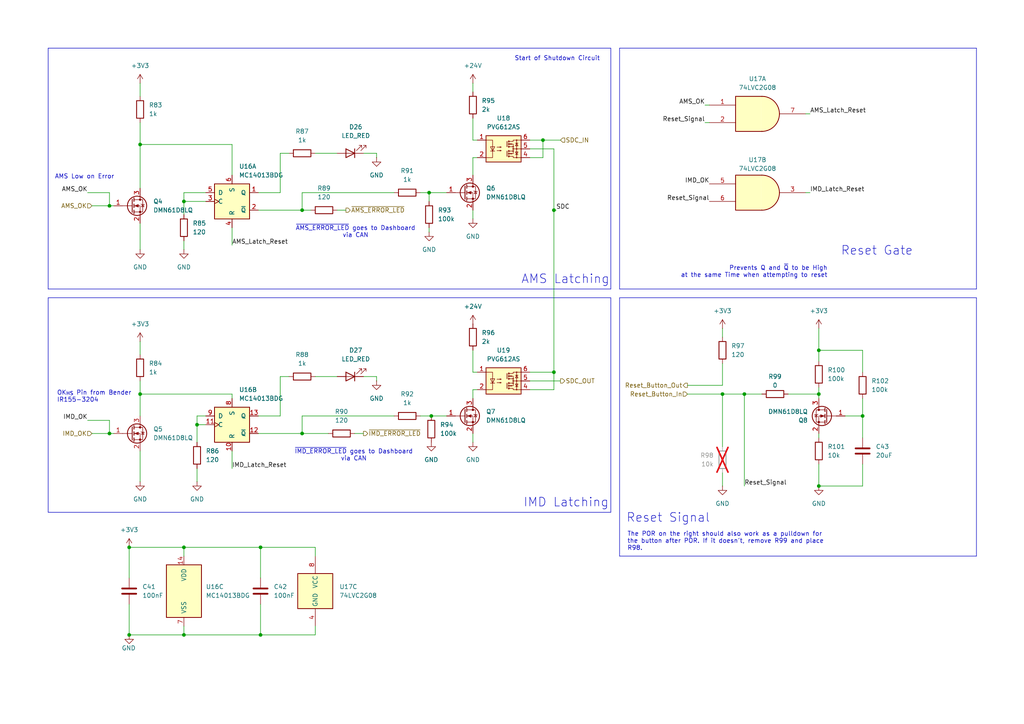
<source format=kicad_sch>
(kicad_sch (version 20250114) (generator "eeschema") (generator_version "9.0")
  (paper "A4")
  (title_block (title "SDC Latching") (date "2025-03-09") (rev "V1") (comment 1 "Lene Marquardt"))
  (lib_symbols
    (symbol "4xxx:4013" (pin_names (offset 1.016))
      (property "Reference" "U" (at -7.62 8.89 0))
      (property "Value" "4013" (at -7.62 -8.89 0))
      (symbol "4013_1_1"
        (rectangle (start -5.08 5.08) (end 5.08 -5.08) (stroke (width 0.254)) (fill (type background)))
        (pin input line (at -7.62 2.54 0) (length 2.54) (name "D") (number "5"))
        (pin input clock (at -7.62 0 0) (length 2.54) (name "C") (number "3"))
        (pin input line (at 0 7.62 270) (length 2.54) (name "S") (number "6"))
        (pin input line (at 0 -7.62 90) (length 2.54) (name "R") (number "4"))
        (pin output line (at 7.62 2.54 180) (length 2.54) (name "Q") (number "1"))
        (pin output line (at 7.62 -2.54 180) (length 2.54) (name "~{Q}") (number "2"))
      )
      (symbol "4013_2_1"
        (rectangle (start -5.08 5.08) (end 5.08 -5.08) (stroke (width 0.254)) (fill (type background)))
        (pin input line (at -7.62 2.54 0) (length 2.54) (name "D") (number "9"))
        (pin input clock (at -7.62 0 0) (length 2.54) (name "C") (number "11"))
        (pin input line (at 0 7.62 270) (length 2.54) (name "S") (number "8"))
        (pin input line (at 0 -7.62 90) (length 2.54) (name "R") (number "10"))
        (pin output line (at 7.62 2.54 180) (length 2.54) (name "Q") (number "13"))
        (pin output line (at 7.62 -2.54 180) (length 2.54) (name "~{Q}") (number "12"))
      )
      (symbol "4013_3_0"
        (pin power_in line (at 0 10.16 270) (length 2.54) (name "VDD") (number "14"))
        (pin power_in line (at 0 -10.16 90) (length 2.54) (name "VSS") (number "7"))
      )
      (symbol "4013_3_1"
        (rectangle (start -5.08 7.62) (end 5.08 -7.62) (stroke (width 0.254)) (fill (type background)))
      )
    )
    (symbol "74xGxx:74LVC2G08"
      (property "Reference" "U" (at -10.16 7.62 0))
      (property "Value" "74LVC2G08" (at -10.16 -7.62 0))
      (symbol "74LVC2G08_1_1"
        (arc (start 0 5.08) (mid 5.0579 0) (end 0 -5.08) (stroke (width 0.254)) (fill (type background)))
        (polyline (pts (xy 0 -5.08) (xy -7.62 -5.08) (xy -7.62 5.08) (xy 0 5.08)) (stroke (width 0.254)) (fill (type background)))
        (pin input line (at -15.24 2.54 0) (length 7.62) (name "~") (number "1"))
        (pin input line (at -15.24 -2.54 0) (length 7.62) (name "~") (number "2"))
        (pin output line (at 12.7 0 180) (length 7.62) (name "~") (number "7"))
      )
      (symbol "74LVC2G08_2_1"
        (arc (start 0 5.08) (mid 5.0579 0) (end 0 -5.08) (stroke (width 0.254)) (fill (type background)))
        (polyline (pts (xy 0 -5.08) (xy -7.62 -5.08) (xy -7.62 5.08) (xy 0 5.08)) (stroke (width 0.254)) (fill (type background)))
        (pin input line (at -15.24 2.54 0) (length 7.62) (name "~") (number "5"))
        (pin input line (at -15.24 -2.54 0) (length 7.62) (name "~") (number "6"))
        (pin output line (at 12.7 0 180) (length 7.62) (name "~") (number "3"))
      )
      (symbol "74LVC2G08_3_0"
        (rectangle (start -5.08 -5.08) (end 5.08 5.08) (stroke (width 0.254)) (fill (type background)))
      )
      (symbol "74LVC2G08_3_1"
        (pin power_in line (at 0 10.16 270) (length 5.08) (name "VCC") (number "8"))
        (pin power_in line (at 0 -10.16 90) (length 5.08) (name "GND") (number "4"))
      )
    )
    (symbol "Device:C" (pin_numbers (hide yes)) (pin_names (offset 0.254))
      (property "Reference" "C" (at 0.635 2.54 0))
      (property "Value" "C" (at 0.635 -2.54 0))
      (symbol "C_0_1"
        (polyline (pts (xy -2.032 0.762) (xy 2.032 0.762)) (stroke (width 0.508)))
        (polyline (pts (xy -2.032 -0.762) (xy 2.032 -0.762)) (stroke (width 0.508)))
      )
      (symbol "C_1_1"
        (pin passive line (at 0 3.81 270) (length 2.794) (name "~") (number "1"))
        (pin passive line (at 0 -3.81 90) (length 2.794) (name "~") (number "2"))
      )
    )
    (symbol "Device:LED" (pin_numbers (hide yes)) (pin_names (offset 1.016) (hide yes))
      (property "Reference" "D" (at 0 2.54 0))
      (property "Value" "LED" (at 0 -2.54 0))
      (symbol "LED_0_1"
        (polyline (pts (xy -3.048 -0.762) (xy -4.572 -2.286) (xy -3.81 -2.286) (xy -4.572 -2.286) (xy -4.572 -1.524)))
        (polyline (pts (xy -1.778 -0.762) (xy -3.302 -2.286) (xy -2.54 -2.286) (xy -3.302 -2.286) (xy -3.302 -1.524)))
        (polyline (pts (xy -1.27 0) (xy 1.27 0)))
        (polyline (pts (xy -1.27 -1.27) (xy -1.27 1.27)) (stroke (width 0.254)))
        (polyline (pts (xy 1.27 -1.27) (xy 1.27 1.27) (xy -1.27 0) (xy 1.27 -1.27)) (stroke (width 0.254)))
      )
      (symbol "LED_1_1"
        (pin passive line (at -3.81 0 0) (length 2.54) (name "K") (number "1"))
        (pin passive line (at 3.81 0 180) (length 2.54) (name "A") (number "2"))
      )
    )
    (symbol "Device:R" (pin_numbers (hide yes)) (pin_names (offset 0))
      (property "Reference" "R" (at 2.032 0 90))
      (property "Value" "R" (at 0 0 90))
      (symbol "R_0_1"
        (rectangle (start -1.016 -2.54) (end 1.016 2.54) (stroke (width 0.254)))
      )
      (symbol "R_1_1"
        (pin passive line (at 0 3.81 270) (length 1.27) (name "~") (number "1"))
        (pin passive line (at 0 -3.81 90) (length 1.27) (name "~") (number "2"))
      )
    )
    (symbol "FaSTTUBe_Power-Switches:PVG612AS"
      (property "Reference" "U" (at -3.81 5.08 0))
      (property "Value" "PVG612AS" (at 0 -5.08 0))
      (symbol "PVG612AS_0_1"
        (rectangle (start -5.08 3.81) (end 5.08 -3.81) (stroke (width 0.254)) (fill (type background)))
        (polyline (pts (xy -5.08 2.54) (xy -3.175 2.54) (xy -3.175 -2.54) (xy -5.08 -2.54)))
        (polyline (pts (xy -3.81 -0.635) (xy -2.54 -0.635)))
        (polyline (pts (xy -3.175 -0.635) (xy -3.81 0.635) (xy -2.54 0.635) (xy -3.175 -0.635)))
        (polyline (pts (xy -1.905 0.508) (xy -0.635 0.508) (xy -1.016 0.381) (xy -1.016 0.635) (xy -0.635 0.508)))
        (polyline (pts (xy -1.905 -0.508) (xy -0.635 -0.508) (xy -1.016 -0.635) (xy -1.016 -0.381) (xy -0.635 -0.508)))
        (polyline (pts (xy 1.016 2.159) (xy 1.016 0.635)) (stroke (width 0.2032)))
        (polyline (pts (xy 1.016 -0.635) (xy 1.016 -2.159)) (stroke (width 0.2032)))
        (polyline (pts (xy 1.524 2.286) (xy 1.524 2.032) (xy 1.524 2.032)) (stroke (width 0.3556)))
        (polyline (pts (xy 1.524 1.524) (xy 1.524 1.27) (xy 1.524 1.27)) (stroke (width 0.3556)))
        (polyline (pts (xy 1.524 0.762) (xy 1.524 0.508) (xy 1.524 0.508)) (stroke (width 0.3556)))
        (polyline (pts (xy 1.524 -0.508) (xy 1.524 -0.762)) (stroke (width 0.3556)))
        (polyline (pts (xy 1.524 -1.27) (xy 1.524 -1.524) (xy 1.524 -1.524)) (stroke (width 0.3556)))
        (polyline (pts (xy 1.524 -2.032) (xy 1.524 -2.286) (xy 1.524 -2.286)) (stroke (width 0.3556)))
        (polyline (pts (xy 1.651 2.159) (xy 2.794 2.159) (xy 2.794 2.54) (xy 5.08 2.54)))
        (polyline (pts (xy 1.651 1.397) (xy 2.794 1.397) (xy 2.794 0.635)))
        (polyline (pts (xy 1.651 -0.635) (xy 2.794 -0.635) (xy 2.794 0.635) (xy 1.651 0.635)))
        (polyline (pts (xy 1.651 -1.397) (xy 2.794 -1.397) (xy 2.794 -0.635)))
        (polyline (pts (xy 1.651 -2.159) (xy 2.794 -2.159) (xy 2.794 -2.54) (xy 5.08 -2.54)))
        (polyline (pts (xy 1.778 1.397) (xy 2.286 1.524) (xy 2.286 1.27) (xy 1.778 1.397)))
        (polyline (pts (xy 1.778 -1.397) (xy 2.286 -1.27) (xy 2.286 -1.524) (xy 1.778 -1.397)))
        (circle (center 2.794 0.635) (radius 0.127))
        (polyline (pts (xy 2.794 0) (xy 5.08 0)))
        (circle (center 2.794 0) (radius 0.127))
        (circle (center 2.794 -0.635) (radius 0.127))
        (polyline (pts (xy 3.429 1.651) (xy 4.191 1.651)))
        (polyline (pts (xy 3.429 -1.651) (xy 4.191 -1.651)))
        (circle (center 3.81 2.54) (radius 0.127))
        (polyline (pts (xy 3.81 1.651) (xy 3.429 0.889) (xy 4.191 0.889) (xy 3.81 1.651)))
        (circle (center 3.81 0) (radius 0.127))
        (polyline (pts (xy 3.81 -1.651) (xy 3.429 -0.889) (xy 4.191 -0.889) (xy 3.81 -1.651)))
        (polyline (pts (xy 3.81 -2.54) (xy 3.81 2.54)))
        (circle (center 3.81 -2.54) (radius 0.127))
      )
      (symbol "PVG612AS_1_1"
        (pin passive line (at -7.62 2.54 0) (length 2.54) (name "~") (number "1"))
        (pin passive line (at -7.62 -2.54 0) (length 2.54) (name "~") (number "2"))
        (pin no_connect line (at -5.08 0 0) (length 2.54) (hide yes) (name "~") (number "3"))
        (pin passive line (at 7.62 2.54 180) (length 2.54) (name "~") (number "6"))
        (pin passive line (at 7.62 0 180) (length 2.54) (name "~") (number "5"))
        (pin passive line (at 7.62 -2.54 180) (length 2.54) (name "~") (number "4"))
      )
    )
    (symbol "Transistor_FET:DMN61D8LQ" (pin_names (hide yes))
      (property "Reference" "Q" (at 5.08 1.905 0))
      (property "Value" "DMN61D8LQ" (at 5.08 0 0))
      (symbol "DMN61D8LQ_0_1"
        (polyline (pts (xy 0.254 1.905) (xy 0.254 -1.905)) (stroke (width 0.254)))
        (polyline (pts (xy 0.254 0) (xy -2.54 0)))
        (polyline (pts (xy 0.762 2.286) (xy 0.762 1.27)) (stroke (width 0.254)))
        (polyline (pts (xy 0.762 0.508) (xy 0.762 -0.508)) (stroke (width 0.254)))
        (polyline (pts (xy 0.762 -1.27) (xy 0.762 -2.286)) (stroke (width 0.254)))
        (polyline (pts (xy 0.762 -1.778) (xy 3.302 -1.778) (xy 3.302 1.778) (xy 0.762 1.778)))
        (polyline (pts (xy 1.016 0) (xy 2.032 0.381) (xy 2.032 -0.381) (xy 1.016 0)) (fill (type outline)))
        (circle (center 1.651 0) (radius 2.794) (stroke (width 0.254)))
        (polyline (pts (xy 2.54 2.54) (xy 2.54 1.778)))
        (circle (center 2.54 1.778) (radius 0.254) (fill (type outline)))
        (circle (center 2.54 -1.778) (radius 0.254) (fill (type outline)))
        (polyline (pts (xy 2.54 -2.54) (xy 2.54 0) (xy 0.762 0)))
        (polyline (pts (xy 2.794 0.508) (xy 2.921 0.381) (xy 3.683 0.381) (xy 3.81 0.254)))
        (polyline (pts (xy 3.302 0.381) (xy 2.921 -0.254) (xy 3.683 -0.254) (xy 3.302 0.381)))
      )
      (symbol "DMN61D8LQ_1_1"
        (pin input line (at -5.08 0 0) (length 2.54) (name "G") (number "1"))
        (pin passive line (at 2.54 5.08 270) (length 2.54) (name "D") (number "3"))
        (pin passive line (at 2.54 -5.08 90) (length 2.54) (name "S") (number "2"))
      )
    )
    (symbol "power:+24V" (power) (pin_numbers (hide yes)) (pin_names (offset 0) (hide yes))
      (property "Value" "+24V" (at 0 3.556 0))
      (symbol "+24V_0_1"
        (polyline (pts (xy -0.762 1.27) (xy 0 2.54)))
        (polyline (pts (xy 0 2.54) (xy 0.762 1.27)))
        (polyline (pts (xy 0 0) (xy 0 2.54)))
      )
      (symbol "+24V_1_1"
        (pin power_in line (at 0 0 90) (length 0) (name "~") (number "1"))
      )
    )
    (symbol "power:+3V3" (power) (pin_numbers (hide yes)) (pin_names (offset 0) (hide yes))
      (property "Value" "+3V3" (at 0 3.556 0))
      (symbol "+3V3_0_1"
        (polyline (pts (xy -0.762 1.27) (xy 0 2.54)))
        (polyline (pts (xy 0 2.54) (xy 0.762 1.27)))
        (polyline (pts (xy 0 0) (xy 0 2.54)))
      )
      (symbol "+3V3_1_1"
        (pin power_in line (at 0 0 90) (length 0) (name "~") (number "1"))
      )
    )
    (symbol "power:GND" (power) (pin_numbers (hide yes)) (pin_names (offset 0) (hide yes))
      (property "Value" "GND" (at 0 -3.81 0))
      (symbol "GND_0_1"
        (polyline (pts (xy 0 0) (xy 0 -1.27) (xy 1.27 -1.27) (xy 0 -2.54) (xy -1.27 -1.27) (xy 0 -1.27)))
      )
      (symbol "GND_1_1"
        (pin power_in line (at 0 0 270) (length 0) (name "~") (number "1"))
      )
    )
  )
  (text "AMS Latching" (at 151.13 82.55 0) (effects (font (size 2.54 2.54)) (justify left bottom)))
  (text "Prevents Q and ~{Q} to be High\nat the same Time when attempting to reset" (at 240.03 80.645 0) (effects (font (size 1.27 1.27)) (justify right bottom)))
  (text "AMS Low on Error" (at 15.875 52.07 0) (effects (font (size 1.27 1.27)) (justify left bottom)))
  (text "~{IMD_ERROR_LED} goes to Dashboard\nvia CAN" (at 102.616 133.858 0) (effects (font (size 1.27 1.27)) (justify bottom)))
  (text "~{AMS_ERROR_LED} goes to Dashboard\nvia CAN" (at 103.124 69.088 0) (effects (font (size 1.27 1.27)) (justify bottom)))
  (text "Reset Gate\n" (at 243.84 74.295 0) (effects (font (size 2.54 2.54)) (justify left bottom)))
  (text "Start of Shutdown Circuit" (at 149.225 17.78 0) (effects (font (size 1.27 1.27)) (justify left bottom)))
  (text "OK_{HS} Pin from Bender\nIR155-3204" (at 16.51 116.84 0) (effects (font (size 1.27 1.27)) (justify left bottom)))
  (text "Reset Signal" (at 181.61 151.765 0) (effects (font (size 2.54 2.54)) (justify left bottom)))
  (text "IMD Latching" (at 151.765 147.32 0) (effects (font (size 2.54 2.54)) (justify left bottom)))
  (text_box "The POR on the right should also work as a pulldown for the button after POR. If it doesn't, remove R99 and place R98." (at 180.975 153.035 0) (size 59.69 7.62) (margins 0.9524 0.9524 0.9524 0.9524) (stroke (width -0.0001)) (effects (font (size 1.27 1.27)) (justify left top)))
  (junction (at 215.9 114.3))
  (junction (at 57.15 123.19))
  (junction (at 40.64 114.3))
  (junction (at 75.565 184.15))
  (junction (at 157.48 40.64))
  (junction (at 237.49 140.97))
  (junction (at 53.34 184.15))
  (junction (at 160.655 107.95))
  (junction (at 31.75 59.69))
  (junction (at 237.49 114.3))
  (junction (at 53.34 58.42))
  (junction (at 31.75 125.73))
  (junction (at 125.095 120.65))
  (junction (at 37.465 184.15))
  (junction (at 160.655 60.96))
  (junction (at 87.63 125.73))
  (junction (at 209.55 114.3))
  (junction (at 40.64 41.91))
  (junction (at 37.465 158.75))
  (junction (at 75.565 158.75))
  (junction (at 124.46 55.88))
  (junction (at 250.19 120.65))
  (junction (at 53.34 158.75))
  (junction (at 87.63 60.96))
  (junction (at 237.49 101.6))
  (wire (pts (xy 25.4 55.88) (xy 31.75 55.88)))
  (wire (pts (xy 250.19 120.65) (xy 245.11 120.65)))
  (wire (pts (xy 125.095 120.65) (xy 129.54 120.65)))
  (wire (pts (xy 40.64 24.13) (xy 40.64 27.94)))
  (wire (pts (xy 75.565 184.15) (xy 91.44 184.15)))
  (wire (pts (xy 157.48 40.64) (xy 157.48 45.72)))
  (polyline (pts (xy 283.21 161.29) (xy 283.21 86.36)))
  (polyline (pts (xy 179.705 161.29) (xy 283.21 161.29)))
  (wire (pts (xy 105.41 44.45) (xy 109.22 44.45)))
  (polyline (pts (xy 177.165 86.36) (xy 177.165 148.59)))
  (polyline (pts (xy 13.97 83.82) (xy 13.97 13.97)))
  (wire (pts (xy 250.19 120.65) (xy 250.19 127)))
  (wire (pts (xy 137.16 115.57) (xy 137.16 113.03)))
  (wire (pts (xy 204.47 30.48) (xy 205.74 30.48)))
  (wire (pts (xy 75.565 158.75) (xy 91.44 158.75)))
  (wire (pts (xy 160.655 60.96) (xy 160.655 107.95)))
  (wire (pts (xy 237.49 112.395) (xy 237.49 114.3)))
  (wire (pts (xy 233.68 33.02) (xy 234.95 33.02)))
  (wire (pts (xy 114.3 55.88) (xy 87.63 55.88)))
  (wire (pts (xy 160.655 107.95) (xy 160.655 113.03)))
  (wire (pts (xy 87.63 120.65) (xy 87.63 125.73)))
  (wire (pts (xy 40.64 64.77) (xy 40.64 72.39)))
  (wire (pts (xy 160.655 43.18) (xy 160.655 60.96)))
  (wire (pts (xy 67.31 41.91) (xy 67.31 50.8)))
  (polyline (pts (xy 179.705 83.82) (xy 283.21 83.82)))
  (wire (pts (xy 40.64 110.49) (xy 40.64 114.3)))
  (wire (pts (xy 40.64 99.06) (xy 40.64 102.87)))
  (wire (pts (xy 215.9 114.3) (xy 220.98 114.3)))
  (wire (pts (xy 138.43 107.95) (xy 137.16 107.95)))
  (wire (pts (xy 57.15 135.89) (xy 57.15 139.7)))
  (wire (pts (xy 109.22 109.22) (xy 109.22 110.49)))
  (wire (pts (xy 199.39 111.76) (xy 209.55 111.76)))
  (wire (pts (xy 37.465 158.75) (xy 37.465 167.64)))
  (wire (pts (xy 250.19 101.6) (xy 250.19 107.95)))
  (wire (pts (xy 53.34 62.23) (xy 53.34 58.42)))
  (wire (pts (xy 91.44 181.61) (xy 91.44 184.15)))
  (wire (pts (xy 75.565 175.26) (xy 75.565 184.15)))
  (wire (pts (xy 237.49 127) (xy 237.49 125.73)))
  (wire (pts (xy 237.49 140.97) (xy 250.19 140.97)))
  (wire (pts (xy 74.93 55.88) (xy 81.28 55.88)))
  (wire (pts (xy 91.44 158.75) (xy 91.44 161.29)))
  (wire (pts (xy 40.64 35.56) (xy 40.64 41.91)))
  (polyline (pts (xy 13.97 13.97) (xy 177.165 13.97)))
  (wire (pts (xy 53.34 58.42) (xy 59.69 58.42)))
  (wire (pts (xy 91.44 109.22) (xy 97.79 109.22)))
  (wire (pts (xy 157.48 45.72) (xy 153.67 45.72)))
  (wire (pts (xy 137.16 45.72) (xy 138.43 45.72)))
  (wire (pts (xy 114.3 120.65) (xy 87.63 120.65)))
  (wire (pts (xy 74.93 125.73) (xy 87.63 125.73)))
  (polyline (pts (xy 13.97 148.59) (xy 13.97 86.36)))
  (wire (pts (xy 105.41 109.22) (xy 109.22 109.22)))
  (wire (pts (xy 215.9 114.3) (xy 215.9 140.97)))
  (wire (pts (xy 204.47 35.56) (xy 205.74 35.56)))
  (wire (pts (xy 97.79 60.96) (xy 100.33 60.96)))
  (wire (pts (xy 137.16 60.96) (xy 137.16 63.5)))
  (wire (pts (xy 109.22 44.45) (xy 109.22 45.72)))
  (wire (pts (xy 37.465 158.75) (xy 53.34 158.75)))
  (wire (pts (xy 31.75 55.88) (xy 31.75 59.69)))
  (wire (pts (xy 53.34 184.15) (xy 75.565 184.15)))
  (wire (pts (xy 87.63 60.96) (xy 90.17 60.96)))
  (polyline (pts (xy 179.705 86.36) (xy 283.21 86.36)))
  (wire (pts (xy 233.68 55.88) (xy 234.95 55.88)))
  (wire (pts (xy 137.16 40.64) (xy 137.16 34.29)))
  (polyline (pts (xy 177.165 83.82) (xy 13.97 83.82)))
  (wire (pts (xy 199.39 114.3) (xy 209.55 114.3)))
  (wire (pts (xy 74.93 60.96) (xy 87.63 60.96)))
  (wire (pts (xy 137.16 125.73) (xy 137.16 128.27)))
  (wire (pts (xy 81.28 44.45) (xy 83.82 44.45)))
  (wire (pts (xy 53.34 69.85) (xy 53.34 72.39)))
  (wire (pts (xy 87.63 125.73) (xy 95.25 125.73)))
  (wire (pts (xy 121.92 120.65) (xy 125.095 120.65)))
  (wire (pts (xy 102.87 125.73) (xy 105.41 125.73)))
  (wire (pts (xy 138.43 40.64) (xy 137.16 40.64)))
  (wire (pts (xy 124.46 66.04) (xy 124.46 67.31)))
  (wire (pts (xy 53.34 158.75) (xy 75.565 158.75)))
  (wire (pts (xy 57.15 120.65) (xy 59.69 120.65)))
  (wire (pts (xy 40.64 114.3) (xy 40.64 120.65)))
  (polyline (pts (xy 283.21 13.97) (xy 179.705 13.97)))
  (polyline (pts (xy 13.97 86.36) (xy 177.165 86.36)))
  (wire (pts (xy 124.46 55.88) (xy 124.46 58.42)))
  (wire (pts (xy 26.67 125.73) (xy 31.75 125.73)))
  (wire (pts (xy 31.75 59.69) (xy 33.02 59.69)))
  (wire (pts (xy 153.67 43.18) (xy 160.655 43.18)))
  (wire (pts (xy 250.19 140.97) (xy 250.19 134.62)))
  (wire (pts (xy 237.49 95.25) (xy 237.49 101.6)))
  (wire (pts (xy 67.31 41.91) (xy 40.64 41.91)))
  (polyline (pts (xy 177.165 148.59) (xy 13.97 148.59)))
  (wire (pts (xy 81.28 109.22) (xy 83.82 109.22)))
  (wire (pts (xy 160.655 107.95) (xy 153.67 107.95)))
  (wire (pts (xy 75.565 158.75) (xy 75.565 167.64)))
  (wire (pts (xy 53.34 55.88) (xy 59.69 55.88)))
  (wire (pts (xy 40.64 130.81) (xy 40.64 139.7)))
  (wire (pts (xy 57.15 123.19) (xy 59.69 123.19)))
  (wire (pts (xy 160.655 113.03) (xy 153.67 113.03)))
  (wire (pts (xy 53.34 158.75) (xy 53.34 161.29)))
  (wire (pts (xy 37.465 175.26) (xy 37.465 184.15)))
  (wire (pts (xy 31.75 121.92) (xy 31.75 125.73)))
  (wire (pts (xy 67.31 114.3) (xy 67.31 115.57)))
  (wire (pts (xy 237.49 134.62) (xy 237.49 140.97)))
  (wire (pts (xy 57.15 123.19) (xy 57.15 128.27)))
  (wire (pts (xy 37.465 184.15) (xy 53.34 184.15)))
  (wire (pts (xy 209.55 111.76) (xy 209.55 105.41)))
  (wire (pts (xy 137.16 50.8) (xy 137.16 45.72)))
  (wire (pts (xy 40.64 114.3) (xy 67.31 114.3)))
  (wire (pts (xy 162.56 110.49) (xy 153.67 110.49)))
  (wire (pts (xy 40.64 41.91) (xy 40.64 54.61)))
  (wire (pts (xy 137.16 24.13) (xy 137.16 26.67)))
  (wire (pts (xy 209.55 137.16) (xy 209.55 140.97)))
  (wire (pts (xy 74.93 120.65) (xy 81.28 120.65)))
  (wire (pts (xy 87.63 55.88) (xy 87.63 60.96)))
  (polyline (pts (xy 283.21 13.97) (xy 283.21 83.82)))
  (wire (pts (xy 57.15 120.65) (xy 57.15 123.19)))
  (wire (pts (xy 209.55 95.25) (xy 209.55 97.79)))
  (wire (pts (xy 31.75 125.73) (xy 33.02 125.73)))
  (wire (pts (xy 137.16 107.95) (xy 137.16 101.6)))
  (wire (pts (xy 26.67 59.69) (xy 31.75 59.69)))
  (wire (pts (xy 25.4 121.92) (xy 31.75 121.92)))
  (wire (pts (xy 157.48 40.64) (xy 153.67 40.64)))
  (wire (pts (xy 67.31 66.04) (xy 67.31 71.12)))
  (wire (pts (xy 209.55 114.3) (xy 215.9 114.3)))
  (wire (pts (xy 237.49 114.3) (xy 237.49 115.57)))
  (wire (pts (xy 121.92 55.88) (xy 124.46 55.88)))
  (wire (pts (xy 81.28 55.88) (xy 81.28 44.45)))
  (wire (pts (xy 237.49 101.6) (xy 237.49 104.775)))
  (wire (pts (xy 250.19 115.57) (xy 250.19 120.65)))
  (wire (pts (xy 160.655 60.96) (xy 161.29 60.96)))
  (wire (pts (xy 137.16 113.03) (xy 138.43 113.03)))
  (wire (pts (xy 228.6 114.3) (xy 237.49 114.3)))
  (wire (pts (xy 81.28 120.65) (xy 81.28 109.22)))
  (wire (pts (xy 67.31 130.81) (xy 67.31 135.89)))
  (polyline (pts (xy 179.705 86.36) (xy 179.705 161.29)))
  (wire (pts (xy 157.48 40.64) (xy 162.56 40.64)))
  (polyline (pts (xy 177.165 13.97) (xy 177.165 83.82)))
  (wire (pts (xy 53.34 181.61) (xy 53.34 184.15)))
  (wire (pts (xy 53.34 58.42) (xy 53.34 55.88)))
  (wire (pts (xy 91.44 44.45) (xy 97.79 44.45)))
  (wire (pts (xy 124.46 55.88) (xy 129.54 55.88)))
  (wire (pts (xy 250.19 101.6) (xy 237.49 101.6)))
  (polyline (pts (xy 179.705 13.97) (xy 179.705 83.82)))
  (wire (pts (xy 209.55 114.3) (xy 209.55 129.54)))
  (label "IMD_OK" (at 25.4 121.92 180))
  (label "AMS_OK" (at 204.47 30.48 180))
  (label "AMS_OK" (at 25.4 55.88 180))
  (label "SDC" (at 161.29 60.96 0) (property "Netclass" "SDC" (effects (hide yes))))
  (label "Reset_Signal" (at 204.47 35.56 180))
  (label "IMD_OK" (at 205.74 53.34 180))
  (label "IMD_Latch_Reset" (at 234.95 55.88 0))
  (label "AMS_Latch_Reset" (at 67.31 71.12 0))
  (label "Reset_Signal" (at 205.74 58.42 180))
  (label "IMD_Latch_Reset" (at 67.31 135.89 0))
  (label "Reset_Signal" (at 215.9 140.97 0))
  (label "AMS_Latch_Reset" (at 234.95 33.02 0))
  (hierarchical_label "Reset_Button_In" (shape input) (at 199.39 114.3 180))
  (hierarchical_label "Reset_Button_Out" (shape output) (at 199.39 111.76 180))
  (hierarchical_label "AMS_OK" (shape input) (at 26.67 59.69 180))
  (hierarchical_label "IMD_OK" (shape input) (at 26.67 125.73 180))
  (hierarchical_label "SDC_IN" (shape input) (at 162.56 40.64 0))
  (hierarchical_label "~{AMS_ERROR_LED}" (shape output) (at 100.33 60.96 0))
  (hierarchical_label "~{IMD_ERROR_LED}" (shape output) (at 105.41 125.73 0))
  (hierarchical_label "SDC_OUT" (shape output) (at 162.56 110.49 0))
  (symbol (lib_id "Device:R") (at 124.46 62.23 0) (unit 1)
    (property "Reference" "R93" (at 127 60.9599 0) (effects (justify left)))
    (property "Value" "100k" (at 127 63.4999 0) (effects (justify left)))
    (property "Footprint" "Resistor_SMD:R_0603_1608Metric" (effects (hide yes)))
    (property "Description" "Resistor" (effects (hide yes)))
  )
  (symbol (lib_id "4xxx:4013") (at 67.31 123.19 0) (unit 2)
    (property "Reference" "U16" (at 69.3294 113.03 0) (effects (justify left)))
    (property "Value" "MC14013BDG" (at 69.3294 115.57 0) (effects (justify left)))
    (property "Footprint" "Package_SO:SOIC-14_3.9x8.7mm_P1.27mm" (effects (hide yes)))
    (property "Datasheet" "http://www.onsemi.com/pub/Collateral/MC14013B-D.PDF" (effects (hide yes)))
    (property "Description" "Dual D  FlipFlop, Set & reset" (effects (hide yes)))
  )
  (symbol (lib_id "power:GND") (at 37.465 184.15 0) (unit 1)
    (property "Reference" "#PWR087" (effects (hide yes)))
    (property "Value" "GND" (at 39.37 187.96 0) (effects (justify right)))
    (property "Description" "Power symbol creates a global label with name \"GND\" , ground" (effects (hide yes)))
  )
  (symbol (lib_id "power:GND") (at 109.22 45.72 0) (unit 1)
    (property "Reference" "#PWR094" (effects (hide yes)))
    (property "Value" "GND" (at 109.22 50.8 0))
    (property "Description" "Power symbol creates a global label with name \"GND\" , ground" (effects (hide yes)))
  )
  (symbol (lib_id "power:GND") (at 124.46 67.31 0) (unit 1)
    (property "Reference" "#PWR096" (effects (hide yes)))
    (property "Value" "GND" (at 124.46 72.39 0))
    (property "Description" "Power symbol creates a global label with name \"GND\" , ground" (effects (hide yes)))
  )
  (symbol (lib_id "Device:R") (at 40.64 31.75 0) (unit 1)
    (property "Reference" "R83" (at 43.18 30.4799 0) (effects (justify left)))
    (property "Value" "1k" (at 43.18 33.0199 0) (effects (justify left)))
    (property "Footprint" "Resistor_SMD:R_0603_1608Metric" (effects (hide yes)))
    (property "Description" "Resistor" (effects (hide yes)))
  )
  (symbol (lib_id "power:+3V3") (at 237.49 95.25 0) (mirror y) (unit 1)
    (property "Reference" "#PWR0104" (effects (hide yes)))
    (property "Value" "+3V3" (at 237.49 90.17 0))
    (property "Description" "Power symbol creates a global label with name \"+3V3\"" (effects (hide yes)))
  )
  (symbol (lib_id "power:+24V") (at 137.16 93.98 0) (unit 1)
    (property "Reference" "#PWR098" (effects (hide yes)))
    (property "Value" "+24V" (at 137.16 88.9 0))
    (property "Description" "Power symbol creates a global label with name \"+24V\"" (effects (hide yes)))
  )
  (symbol (lib_id "Transistor_FET:DMN61D8LQ") (at 240.03 120.65 0) (mirror y) (unit 1)
    (property "Reference" "Q8" (at 234.315 121.9201 0) (effects (justify left)))
    (property "Value" "DMN61D8LQ" (at 234.315 119.3801 0) (effects (justify left)))
    (property "Footprint" "Package_TO_SOT_SMD:SOT-23" (effects (hide yes)))
    (property "Datasheet" "https://www.diodes.com/assets/Datasheets/DMN61D8LQ.pdf" (effects (hide yes)))
    (property "Description" "60V Vds, 0.470A Id, N-Channel MOSFET for switching inductive loads , SOT-23" (effects (hide yes)))
  )
  (symbol (lib_id "power:GND") (at 137.16 128.27 0) (unit 1)
    (property "Reference" "#PWR0101" (effects (hide yes)))
    (property "Value" "GND" (at 137.16 133.35 0))
    (property "Description" "Power symbol creates a global label with name \"GND\" , ground" (effects (hide yes)))
  )
  (symbol (lib_id "power:GND") (at 57.15 139.7 0) (unit 1)
    (property "Reference" "#PWR093" (effects (hide yes)))
    (property "Value" "GND" (at 57.15 144.78 0))
    (property "Description" "Power symbol creates a global label with name \"GND\" , ground" (effects (hide yes)))
  )
  (symbol (lib_id "FaSTTUBe_Power-Switches:PVG612AS") (at 146.05 110.49 0) (unit 1)
    (property "Reference" "U19" (at 146.05 101.6 0))
    (property "Value" "PVG612AS" (at 146.05 104.14 0))
    (property "Footprint" "Package_DIP:SMDIP-6_W9.53mm" (effects (hide yes)))
    (property "Datasheet" "https://www.infineon.com/dgdl/Infineon-PVG612A-DataSheet-v01_00-EN.pdf?fileId=5546d462533600a401535683ca14293a" (effects (hide yes)))
    (property "Description" "Photo MOSFET optically coupled, 60VDC, 4A, 35mohm, Isolation 4000 VRMS, SMDIP-6" (effects (hide yes)))
  )
  (symbol (lib_id "Device:R") (at 237.49 108.585 0) (mirror y) (unit 1)
    (property "Reference" "R100" (at 240.03 107.315 0) (effects (justify right)))
    (property "Value" "100k" (at 240.03 109.855 0) (effects (justify right)))
    (property "Footprint" "Resistor_SMD:R_0603_1608Metric" (effects (hide yes)))
    (property "Description" "Resistor" (effects (hide yes)))
  )
  (symbol (lib_id "Transistor_FET:DMN61D8LQ") (at 38.1 59.69 0) (unit 1)
    (property "Reference" "Q4" (at 44.45 58.4199 0) (effects (justify left)))
    (property "Value" "DMN61D8LQ" (at 44.45 60.9599 0) (effects (justify left)))
    (property "Footprint" "Package_TO_SOT_SMD:SOT-23" (effects (hide yes)))
    (property "Datasheet" "https://www.diodes.com/assets/Datasheets/DMN61D8LQ.pdf" (effects (hide yes)))
    (property "Description" "60V Vds, 0.470A Id, N-Channel MOSFET for switching inductive loads , SOT-23" (effects (hide yes)))
  )
  (symbol (lib_id "Device:C") (at 250.19 130.81 0) (mirror y) (unit 1)
    (property "Reference" "C43" (at 254 129.5399 0) (effects (justify right)))
    (property "Value" "20uF" (at 254 132.0799 0) (effects (justify right)))
    (property "Footprint" "Capacitor_SMD:C_0805_2012Metric" (effects (hide yes)))
    (property "Description" "Unpolarized capacitor" (effects (hide yes)))
  )
  (symbol (lib_id "Device:LED") (at 101.6 44.45 180) (unit 1)
    (property "Reference" "D26" (at 103.1875 36.83 0))
    (property "Value" "LED_RED" (at 103.1875 39.37 0))
    (property "Footprint" "LED_SMD:LED_0603_1608Metric" (effects (hide yes)))
    (property "Description" "Light emitting diode" (effects (hide yes)))
  )
  (symbol (lib_id "power:GND") (at 125.095 128.27 0) (unit 1)
    (property "Reference" "#PWR097" (effects (hide yes)))
    (property "Value" "GND" (at 125.095 133.35 0))
    (property "Description" "Power symbol creates a global label with name \"GND\" , ground" (effects (hide yes)))
  )
  (symbol (lib_id "power:GND") (at 237.49 140.97 0) (mirror y) (unit 1)
    (property "Reference" "#PWR0105" (effects (hide yes)))
    (property "Value" "GND" (at 237.49 146.05 0))
    (property "Description" "Power symbol creates a global label with name \"GND\" , ground" (effects (hide yes)))
  )
  (symbol (lib_id "Device:C") (at 75.565 171.45 180) (unit 1)
    (property "Reference" "C42" (at 79.375 170.18 0) (effects (justify right)))
    (property "Value" "100nF" (at 79.375 172.72 0) (effects (justify right)))
    (property "Footprint" "Capacitor_SMD:C_0603_1608Metric" (effects (hide yes)))
    (property "Description" "Unpolarized capacitor" (effects (hide yes)))
  )
  (symbol (lib_id "power:+24V") (at 137.16 24.13 0) (unit 1)
    (property "Reference" "#PWR053" (effects (hide yes)))
    (property "Value" "+24V" (at 137.16 19.05 0))
    (property "Description" "Power symbol creates a global label with name \"+24V\"" (effects (hide yes)))
  )
  (symbol (lib_id "power:+3V3") (at 37.465 158.75 0) (unit 1)
    (property "Reference" "#PWR086" (effects (hide yes)))
    (property "Value" "+3V3" (at 37.465 153.67 0))
    (property "Description" "Power symbol creates a global label with name \"+3V3\"" (effects (hide yes)))
  )
  (symbol (lib_id "Device:R") (at 53.34 66.04 0) (unit 1)
    (property "Reference" "R85" (at 55.88 64.7699 0) (effects (justify left)))
    (property "Value" "120" (at 55.88 67.3099 0) (effects (justify left)))
    (property "Footprint" "Resistor_SMD:R_0603_1608Metric" (effects (hide yes)))
    (property "Description" "Resistor" (effects (hide yes)))
  )
  (symbol (lib_id "Device:R") (at 250.19 111.76 0) (mirror y) (unit 1)
    (property "Reference" "R102" (at 252.73 110.49 0) (effects (justify right)))
    (property "Value" "100k" (at 252.73 113.03 0) (effects (justify right)))
    (property "Footprint" "Resistor_SMD:R_0603_1608Metric" (effects (hide yes)))
    (property "Description" "Resistor" (effects (hide yes)))
  )
  (symbol (lib_id "Device:R") (at 224.79 114.3 90) (mirror x) (unit 1)
    (property "Reference" "R99" (at 224.79 109.22 90))
    (property "Value" "0" (at 224.79 111.76 90))
    (property "Footprint" "Resistor_SMD:R_0603_1608Metric" (effects (hide yes)))
    (property "Description" "Resistor" (effects (hide yes)))
  )
  (symbol (lib_id "Transistor_FET:DMN61D8LQ") (at 134.62 55.88 0) (unit 1)
    (property "Reference" "Q6" (at 140.97 54.6099 0) (effects (justify left)))
    (property "Value" "DMN61D8LQ" (at 140.97 57.1499 0) (effects (justify left)))
    (property "Footprint" "Package_TO_SOT_SMD:SOT-23" (effects (hide yes)))
    (property "Datasheet" "https://www.diodes.com/assets/Datasheets/DMN61D8LQ.pdf" (effects (hide yes)))
    (property "Description" "60V Vds, 0.470A Id, N-Channel MOSFET for switching inductive loads , SOT-23" (effects (hide yes)))
  )
  (symbol (lib_id "Device:R") (at 99.06 125.73 90) (unit 1)
    (property "Reference" "R90" (at 99.06 119.38 90))
    (property "Value" "120" (at 99.06 121.92 90))
    (property "Footprint" "Resistor_SMD:R_0603_1608Metric" (effects (hide yes)))
    (property "Description" "Resistor" (effects (hide yes)))
  )
  (symbol (lib_id "power:GND") (at 137.16 63.5 0) (unit 1)
    (property "Reference" "#PWR099" (effects (hide yes)))
    (property "Value" "GND" (at 137.16 68.58 0))
    (property "Description" "Power symbol creates a global label with name \"GND\" , ground" (effects (hide yes)))
  )
  (symbol (lib_id "74xGxx:74LVC2G08") (at 91.44 171.45 0) (unit 3)
    (property "Reference" "U17" (at 98.425 170.1799 0) (effects (justify left)))
    (property "Value" "74LVC2G08" (at 98.425 172.7199 0) (effects (justify left)))
    (property "Footprint" "Package_SO:TSSOP-8_3x3mm_P0.65mm" (effects (hide yes)))
    (property "Datasheet" "http://www.ti.com/lit/sg/scyt129e/scyt129e.pdf" (effects (hide yes)))
    (property "Description" "Dual AND Gate, Low-Voltage CMOS" (effects (hide yes)))
  )
  (symbol (lib_id "power:GND") (at 109.22 110.49 0) (unit 1)
    (property "Reference" "#PWR095" (effects (hide yes)))
    (property "Value" "GND" (at 109.22 115.57 0))
    (property "Description" "Power symbol creates a global label with name \"GND\" , ground" (effects (hide yes)))
  )
  (symbol (lib_id "Device:R") (at 57.15 132.08 0) (unit 1)
    (property "Reference" "R86" (at 59.69 130.8099 0) (effects (justify left)))
    (property "Value" "120" (at 59.69 133.3499 0) (effects (justify left)))
    (property "Footprint" "Resistor_SMD:R_0603_1608Metric" (effects (hide yes)))
    (property "Description" "Resistor" (effects (hide yes)))
  )
  (symbol (lib_id "74xGxx:74LVC2G08") (at 220.98 55.88 0) (unit 2)
    (property "Reference" "U17" (at 219.6989 46.355 0))
    (property "Value" "74LVC2G08" (at 219.6989 48.895 0))
    (property "Footprint" "Package_SO:TSSOP-8_3x3mm_P0.65mm" (effects (hide yes)))
    (property "Datasheet" "http://www.ti.com/lit/sg/scyt129e/scyt129e.pdf" (effects (hide yes)))
    (property "Description" "Dual AND Gate, Low-Voltage CMOS" (effects (hide yes)))
  )
  (symbol (lib_id "Device:R") (at 40.64 106.68 0) (unit 1)
    (property "Reference" "R84" (at 43.18 105.4099 0) (effects (justify left)))
    (property "Value" "1k" (at 43.18 107.9499 0) (effects (justify left)))
    (property "Footprint" "Resistor_SMD:R_0603_1608Metric" (effects (hide yes)))
    (property "Description" "Resistor" (effects (hide yes)))
  )
  (symbol (lib_id "4xxx:4013") (at 53.34 171.45 0) (unit 3)
    (property "Reference" "U16" (at 59.69 170.1799 0) (effects (justify left)))
    (property "Value" "MC14013BDG" (at 59.69 172.7199 0) (effects (justify left)))
    (property "Footprint" "Package_SO:SOIC-14_3.9x8.7mm_P1.27mm" (effects (hide yes)))
    (property "Datasheet" "http://www.onsemi.com/pub/Collateral/MC14013B-D.PDF" (effects (hide yes)))
    (property "Description" "Dual D  FlipFlop, Set & reset" (effects (hide yes)))
  )
  (symbol (lib_id "Device:R") (at 87.63 109.22 90) (unit 1)
    (property "Reference" "R88" (at 87.63 102.87 90))
    (property "Value" "1k" (at 87.63 105.41 90))
    (property "Footprint" "Resistor_SMD:R_0603_1608Metric" (effects (hide yes)))
    (property "Description" "Resistor" (effects (hide yes)))
  )
  (symbol (lib_id "Device:R") (at 93.98 60.96 90) (unit 1)
    (property "Reference" "R89" (at 93.98 54.61 90))
    (property "Value" "120" (at 93.98 57.15 90))
    (property "Footprint" "Resistor_SMD:R_0603_1608Metric" (effects (hide yes)))
    (property "Description" "Resistor" (effects (hide yes)))
  )
  (symbol (lib_id "power:+3V3") (at 40.64 99.06 0) (unit 1)
    (property "Reference" "#PWR090" (effects (hide yes)))
    (property "Value" "+3V3" (at 40.64 93.98 0))
    (property "Description" "Power symbol creates a global label with name \"+3V3\"" (effects (hide yes)))
  )
  (symbol (lib_id "power:GND") (at 40.64 72.39 0) (unit 1)
    (property "Reference" "#PWR089" (effects (hide yes)))
    (property "Value" "GND" (at 40.64 77.47 0))
    (property "Description" "Power symbol creates a global label with name \"GND\" , ground" (effects (hide yes)))
  )
  (symbol (lib_id "Device:R") (at 209.55 101.6 0) (unit 1)
    (property "Reference" "R97" (at 212.09 100.3299 0) (effects (justify left)))
    (property "Value" "120" (at 212.09 102.8699 0) (effects (justify left)))
    (property "Footprint" "Resistor_SMD:R_0603_1608Metric" (effects (hide yes)))
    (property "Description" "Resistor" (effects (hide yes)))
  )
  (symbol (lib_id "Transistor_FET:DMN61D8LQ") (at 134.62 120.65 0) (unit 1)
    (property "Reference" "Q7" (at 140.97 119.3799 0) (effects (justify left)))
    (property "Value" "DMN61D8LQ" (at 140.97 121.9199 0) (effects (justify left)))
    (property "Footprint" "Package_TO_SOT_SMD:SOT-23" (effects (hide yes)))
    (property "Datasheet" "https://www.diodes.com/assets/Datasheets/DMN61D8LQ.pdf" (effects (hide yes)))
    (property "Description" "60V Vds, 0.470A Id, N-Channel MOSFET for switching inductive loads , SOT-23" (effects (hide yes)))
  )
  (symbol (lib_id "Device:R") (at 137.16 97.79 0) (unit 1)
    (property "Reference" "R96" (at 139.7 96.52 0) (effects (justify left)))
    (property "Value" "2k" (at 139.7 99.06 0) (effects (justify left)))
    (property "Footprint" "Resistor_SMD:R_0603_1608Metric" (effects (hide yes)))
    (property "Description" "Resistor" (effects (hide yes)))
  )
  (symbol (lib_id "power:GND") (at 53.34 72.39 0) (unit 1)
    (property "Reference" "#PWR092" (effects (hide yes)))
    (property "Value" "GND" (at 53.34 77.47 0))
    (property "Description" "Power symbol creates a global label with name \"GND\" , ground" (effects (hide yes)))
  )
  (symbol (lib_id "Device:R") (at 137.16 30.48 0) (unit 1)
    (property "Reference" "R95" (at 139.7 29.2099 0) (effects (justify left)))
    (property "Value" "2k" (at 139.7 31.7499 0) (effects (justify left)))
    (property "Footprint" "Resistor_SMD:R_0603_1608Metric" (effects (hide yes)))
    (property "Description" "Resistor" (effects (hide yes)))
  )
  (symbol (lib_id "74xGxx:74LVC2G08") (at 220.98 33.02 0) (unit 1)
    (property "Reference" "U17" (at 219.6989 22.86 0))
    (property "Value" "74LVC2G08" (at 219.6989 25.4 0))
    (property "Footprint" "Package_SO:TSSOP-8_3x3mm_P0.65mm" (effects (hide yes)))
    (property "Datasheet" "http://www.ti.com/lit/sg/scyt129e/scyt129e.pdf" (effects (hide yes)))
    (property "Description" "Dual AND Gate, Low-Voltage CMOS" (effects (hide yes)))
  )
  (symbol (lib_id "Device:R") (at 87.63 44.45 90) (unit 1)
    (property "Reference" "R87" (at 87.63 38.1 90))
    (property "Value" "1k" (at 87.63 40.64 90))
    (property "Footprint" "Resistor_SMD:R_0603_1608Metric" (effects (hide yes)))
    (property "Description" "Resistor" (effects (hide yes)))
  )
  (symbol (lib_id "FaSTTUBe_Power-Switches:PVG612AS") (at 146.05 43.18 0) (unit 1)
    (property "Reference" "U18" (at 146.05 34.29 0))
    (property "Value" "PVG612AS" (at 146.05 36.83 0))
    (property "Footprint" "Package_DIP:SMDIP-6_W9.53mm" (effects (hide yes)))
    (property "Datasheet" "https://www.infineon.com/dgdl/Infineon-PVG612A-DataSheet-v01_00-EN.pdf?fileId=5546d462533600a401535683ca14293a" (effects (hide yes)))
    (property "Description" "Photo MOSFET optically coupled, 60VDC, 4A, 35mohm, Isolation 4000 VRMS, SMDIP-6" (effects (hide yes)))
  )
  (symbol (lib_id "Device:R") (at 209.55 133.35 0) (unit 1) (dnp yes)
    (property "Reference" "R98" (at 207.01 132.08 0) (effects (justify right)))
    (property "Value" "10k" (at 207.01 134.62 0) (effects (justify right)))
    (property "Footprint" "Resistor_SMD:R_0603_1608Metric" (effects (hide yes)))
    (property "Description" "Resistor" (effects (hide yes)))
  )
  (symbol (lib_id "power:+3V3") (at 40.64 24.13 0) (unit 1)
    (property "Reference" "#PWR088" (effects (hide yes)))
    (property "Value" "+3V3" (at 40.64 19.05 0))
    (property "Description" "Power symbol creates a global label with name \"+3V3\"" (effects (hide yes)))
  )
  (symbol (lib_id "Device:R") (at 125.095 124.46 0) (unit 1)
    (property "Reference" "R94" (at 127.635 123.1899 0) (effects (justify left)))
    (property "Value" "100k" (at 127.635 125.7299 0) (effects (justify left)))
    (property "Footprint" "Resistor_SMD:R_0603_1608Metric" (effects (hide yes)))
    (property "Description" "Resistor" (effects (hide yes)))
  )
  (symbol (lib_id "Device:R") (at 237.49 130.81 0) (unit 1)
    (property "Reference" "R101" (at 240.03 129.54 0) (effects (justify left)))
    (property "Value" "10k" (at 240.03 132.08 0) (effects (justify left)))
    (property "Footprint" "Resistor_SMD:R_0603_1608Metric" (effects (hide yes)))
    (property "Description" "Resistor" (effects (hide yes)))
  )
  (symbol (lib_id "Device:R") (at 118.11 120.65 90) (unit 1)
    (property "Reference" "R92" (at 118.11 114.3 90))
    (property "Value" "1k" (at 118.11 116.84 90))
    (property "Footprint" "Resistor_SMD:R_0603_1608Metric" (effects (hide yes)))
    (property "Description" "Resistor" (effects (hide yes)))
  )
  (symbol (lib_id "4xxx:4013") (at 67.31 58.42 0) (unit 1)
    (property "Reference" "U16" (at 69.3294 48.26 0) (effects (justify left)))
    (property "Value" "MC14013BDG" (at 69.3294 50.8 0) (effects (justify left)))
    (property "Footprint" "Package_SO:SOIC-14_3.9x8.7mm_P1.27mm" (effects (hide yes)))
    (property "Datasheet" "http://www.onsemi.com/pub/Collateral/MC14013B-D.PDF" (effects (hide yes)))
    (property "Description" "Dual D  FlipFlop, Set & reset" (effects (hide yes)))
  )
  (symbol (lib_id "power:GND") (at 209.55 140.97 0) (unit 1)
    (property "Reference" "#PWR0103" (effects (hide yes)))
    (property "Value" "GND" (at 209.55 146.05 0))
    (property "Description" "Power symbol creates a global label with name \"GND\" , ground" (effects (hide yes)))
  )
  (symbol (lib_id "Transistor_FET:DMN61D8LQ") (at 38.1 125.73 0) (unit 1)
    (property "Reference" "Q5" (at 44.45 124.4599 0) (effects (justify left)))
    (property "Value" "DMN61D8LQ" (at 44.45 126.9999 0) (effects (justify left)))
    (property "Footprint" "Package_TO_SOT_SMD:SOT-23" (effects (hide yes)))
    (property "Datasheet" "https://www.diodes.com/assets/Datasheets/DMN61D8LQ.pdf" (effects (hide yes)))
    (property "Description" "60V Vds, 0.470A Id, N-Channel MOSFET for switching inductive loads , SOT-23" (effects (hide yes)))
  )
  (symbol (lib_id "Device:C") (at 37.465 171.45 0) (unit 1)
    (property "Reference" "C41" (at 41.275 170.18 0) (effects (justify left)))
    (property "Value" "100nF" (at 41.275 172.72 0) (effects (justify left)))
    (property "Footprint" "Capacitor_SMD:C_0603_1608Metric" (effects (hide yes)))
    (property "Description" "Unpolarized capacitor" (effects (hide yes)))
  )
  (symbol (lib_id "Device:R") (at 118.11 55.88 90) (unit 1)
    (property "Reference" "R91" (at 118.11 49.53 90))
    (property "Value" "1k" (at 118.11 52.07 90))
    (property "Footprint" "Resistor_SMD:R_0603_1608Metric" (effects (hide yes)))
    (property "Description" "Resistor" (effects (hide yes)))
  )
  (symbol (lib_id "power:GND") (at 40.64 139.7 0) (unit 1)
    (property "Reference" "#PWR091" (effects (hide yes)))
    (property "Value" "GND" (at 40.64 144.78 0))
    (property "Description" "Power symbol creates a global label with name \"GND\" , ground" (effects (hide yes)))
  )
  (symbol (lib_id "power:+3V3") (at 209.55 95.25 0) (unit 1)
    (property "Reference" "#PWR0102" (effects (hide yes)))
    (property "Value" "+3V3" (at 209.55 90.17 0))
    (property "Description" "Power symbol creates a global label with name \"+3V3\"" (effects (hide yes)))
  )
  (symbol (lib_id "Device:LED") (at 101.6 109.22 180) (unit 1)
    (property "Reference" "D27" (at 103.1875 101.6 0))
    (property "Value" "LED_RED" (at 103.1875 104.14 0))
    (property "Footprint" "LED_SMD:LED_0603_1608Metric" (effects (hide yes)))
    (property "Description" "Light emitting diode" (effects (hide yes)))
  )
)
</source>
